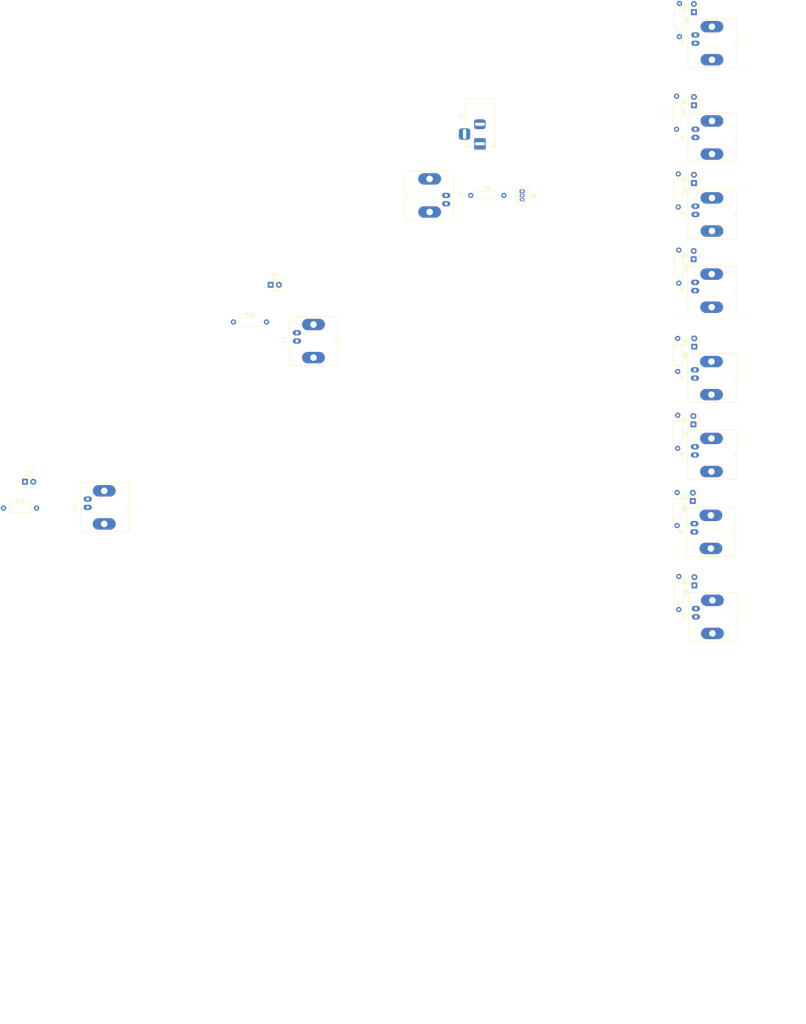
<source format=kicad_pcb>
(kicad_pcb (version 20221018) (generator pcbnew)
  (layers (0 "F.Cu" signal) (31 "B.Cu" signal) (34 "B.Paste" user) (35 "F.Paste" user) (36 "B.SilkS" user "B.Silkscreen") (37 "F.SilkS" user "F.Silkscreen") (38 "B.Mask" user) (39 "F.Mask" user) (44 "Edge.Cuts" user))
  (net 0 "")
  (net 1 "Net-(D1-K)")
  (net 2 "+5V")
  (net 3 "Net-(D2-K)")
  (net 4 "Net-(D3-K)")
  (net 5 "Net-(D4-K)")
  (net 6 "Net-(D5-K)")
  (net 7 "Net-(D6-K)")
  (net 8 "Net-(D7-K)")
  (net 9 "Net-(D8-K)")
  (net 10 "Net-(D9-K)")
  (net 11 "Net-(D10-K)")
  (net 12 "GND")
  (net 13 "Net-(J2-In)")
  (net 14 "Net-(J3-In)")
  (net 15 "Net-(J10-Ext)")
  (net 16 "Net-(J4-In)")
  (net 17 "Net-(J5-In)")
  (net 18 "Net-(J6-In)")
  (net 19 "Net-(J7-In)")
  (net 20 "Net-(J8-In)")
  (net 21 "Net-(J9-In)")
  (net 22 "Net-(J10-In)")
  (net 23 "Net-(J11-In)")
  (net 24 "Net-(J12-In)")
  (net 25 "Net-(Q1-B)")
  (footprint "Connector_Coaxial:BNC_Amphenol_B6252HB-NPP3G-50_Horizontal" (layer "F.Cu") (at 131.197 14.992 -90)
    (fp_text reference "J3" (at 0 4 90) (layer "F.SilkS"))
    (fp_text value "Conn_Coaxial")
    (fp_line (start -7.5 -12.7) (end 7.5 -12.7) (stroke (width 0.12)) (layer "F.SilkS"))
    (fp_line (start -7.5 2.3) (end -7.5 -12.7) (stroke (width 0.12)) (layer "F.SilkS"))
    (fp_line (start 0 -12.5) (end -1 -11.5) (stroke (width 0.12)) (layer "F.SilkS"))
    (fp_line (start 0 -12.5) (end 1 -11.5) (stroke (width 0.12)) (layer "F.SilkS"))
    (fp_line (start 7.5 -12.7) (end 7.5 2.3) (stroke (width 0.12)) (layer "F.SilkS"))
    (fp_line (start 7.5 2.3) (end -7.5 2.3) (stroke (width 0.12)) (layer "F.SilkS"))
    (pad "1" thru_hole oval (at 0 0 270) (size 1.6 2.5) (drill 0.89) (layers "*.Cu" "*.Mask") (net 14 "Net-(J3-In)"))
    (pad "2" thru_hole oval (at -5.08 -5.08 270) (size 3.5 7) (drill 2.01) (layers "*.Cu" "*.Mask") (net 15 "Net-(J10-Ext)"))
    (pad "2" thru_hole oval (at -2.54 0 270) (size 1.6 2.5) (drill 0.89) (layers "*.Cu" "*.Mask") (net 15 "Net-(J10-Ext)"))
    (pad "2" thru_hole oval (at 5.08 -5.08 270) (size 3.5 7) (drill 2.01) (layers "*.Cu" "*.Mask") (net 15 "Net-(J10-Ext)"))
  )
  (footprint "Connector_Coaxial:BNC_Amphenol_B6252HB-NPP3G-50_Horizontal" (layer "F.Cu") (at 131.124 90.946 -90)
    (fp_text reference "J6" (at 0 4 90) (layer "F.SilkS"))
    (fp_text value "Conn_Coaxial")
    (fp_line (start -7.5 -12.7) (end 7.5 -12.7) (stroke (width 0.12)) (layer "F.SilkS"))
    (fp_line (start -7.5 2.3) (end -7.5 -12.7) (stroke (width 0.12)) (layer "F.SilkS"))
    (fp_line (start 0 -12.5) (end -1 -11.5) (stroke (width 0.12)) (layer "F.SilkS"))
    (fp_line (start 0 -12.5) (end 1 -11.5) (stroke (width 0.12)) (layer "F.SilkS"))
    (fp_line (start 7.5 -12.7) (end 7.5 2.3) (stroke (width 0.12)) (layer "F.SilkS"))
    (fp_line (start 7.5 2.3) (end -7.5 2.3) (stroke (width 0.12)) (layer "F.SilkS"))
    (pad "1" thru_hole oval (at 0 0 270) (size 1.6 2.5) (drill 0.89) (layers "*.Cu" "*.Mask") (net 18 "Net-(J6-In)"))
    (pad "2" thru_hole oval (at -5.08 -5.08 270) (size 3.5 7) (drill 2.01) (layers "*.Cu" "*.Mask") (net 15 "Net-(J10-Ext)"))
    (pad "2" thru_hole oval (at -2.54 0 270) (size 1.6 2.5) (drill 0.89) (layers "*.Cu" "*.Mask") (net 15 "Net-(J10-Ext)"))
    (pad "2" thru_hole oval (at 5.08 -5.08 270) (size 3.5 7) (drill 2.01) (layers "*.Cu" "*.Mask") (net 15 "Net-(J10-Ext)"))
  )
  (footprint "Connector_Coaxial:BNC_Amphenol_B6252HB-NPP3G-50_Horizontal" (layer "F.Cu") (at 131.35 191.1 -90)
    (fp_text reference "J10" (at 0 4 90) (layer "F.SilkS"))
    (fp_text value "Conn_Coaxial")
    (fp_line (start -7.5 -12.7) (end 7.5 -12.7) (stroke (width 0.12)) (layer "F.SilkS"))
    (fp_line (start -7.5 2.3) (end -7.5 -12.7) (stroke (width 0.12)) (layer "F.SilkS"))
    (fp_line (start 0 -12.5) (end -1 -11.5) (stroke (width 0.12)) (layer "F.SilkS"))
    (fp_line (start 0 -12.5) (end 1 -11.5) (stroke (width 0.12)) (layer "F.SilkS"))
    (fp_line (start 7.5 -12.7) (end 7.5 2.3) (stroke (width 0.12)) (layer "F.SilkS"))
    (fp_line (start 7.5 2.3) (end -7.5 2.3) (stroke (width 0.12)) (layer "F.SilkS"))
    (pad "1" thru_hole oval (at 0 0 270) (size 1.6 2.5) (drill 0.89) (layers "*.Cu" "*.Mask") (net 22 "Net-(J10-In)"))
    (pad "2" thru_hole oval (at -5.08 -5.08 270) (size 3.5 7) (drill 2.01) (layers "*.Cu" "*.Mask") (net 15 "Net-(J10-Ext)"))
    (pad "2" thru_hole oval (at -2.54 0 270) (size 1.6 2.5) (drill 0.89) (layers "*.Cu" "*.Mask") (net 15 "Net-(J10-Ext)"))
    (pad "2" thru_hole oval (at 5.08 -5.08 270) (size 3.5 7) (drill 2.01) (layers "*.Cu" "*.Mask") (net 15 "Net-(J10-Ext)"))
  )
  (footprint "Connector_Coaxial:BNC_Amphenol_B6252HB-NPP3G-50_Horizontal" (layer "F.Cu") (at 131.05 141.4 -90)
    (fp_text reference "J8" (at 0 4 90) (layer "F.SilkS"))
    (fp_text value "Conn_Coaxial")
    (fp_line (start -7.5 -12.7) (end 7.5 -12.7) (stroke (width 0.12)) (layer "F.SilkS"))
    (fp_line (start -7.5 2.3) (end -7.5 -12.7) (stroke (width 0.12)) (layer "F.SilkS"))
    (fp_line (start 0 -12.5) (end -1 -11.5) (stroke (width 0.12)) (layer "F.SilkS"))
    (fp_line (start 0 -12.5) (end 1 -11.5) (stroke (width 0.12)) (layer "F.SilkS"))
    (fp_line (start 7.5 -12.7) (end 7.5 2.3) (stroke (width 0.12)) (layer "F.SilkS"))
    (fp_line (start 7.5 2.3) (end -7.5 2.3) (stroke (width 0.12)) (layer "F.SilkS"))
    (pad "1" thru_hole oval (at 0 0 270) (size 1.6 2.5) (drill 0.89) (layers "*.Cu" "*.Mask") (net 20 "Net-(J8-In)"))
    (pad "2" thru_hole oval (at -5.08 -5.08 270) (size 3.5 7) (drill 2.01) (layers "*.Cu" "*.Mask") (net 15 "Net-(J10-Ext)"))
    (pad "2" thru_hole oval (at -2.54 0 270) (size 1.6 2.5) (drill 0.89) (layers "*.Cu" "*.Mask") (net 15 "Net-(J10-Ext)"))
    (pad "2" thru_hole oval (at 5.08 -5.08 270) (size 3.5 7) (drill 2.01) (layers "*.Cu" "*.Mask") (net 15 "Net-(J10-Ext)"))
  )
  (footprint "Connector_BarrelJack:BarrelJack_Horizontal" (layer "F.Cu") (at 65.024 45.878 -90)
    (fp_text reference "J1" (at -8.45 5.75 90) (layer "F.SilkS"))
    (fp_text value "Barrel_Jack")
    (fp_line (start -13.8 -4.6) (end 0.9 -4.6) (stroke (width 0.12)) (layer "F.SilkS"))
    (fp_line (start -13.8 4.6) (end -13.8 -4.6) (stroke (width 0.12)) (layer "F.SilkS"))
    (fp_line (start -5 4.6) (end -13.8 4.6) (stroke (width 0.12)) (layer "F.SilkS"))
    (fp_line (start 0.05 -4.8) (end 1.1 -4.8) (stroke (width 0.12)) (layer "F.SilkS"))
    (fp_line (start 0.9 -4.6) (end 0.9 -2) (stroke (width 0.12)) (layer "F.SilkS"))
    (fp_line (start 0.9 1.9) (end 0.9 4.6) (stroke (width 0.12)) (layer "F.SilkS"))
    (fp_line (start 0.9 4.6) (end -1 4.6) (stroke (width 0.12)) (layer "F.SilkS"))
    (fp_line (start 1.1 -3.75) (end 1.1 -4.8) (stroke (width 0.12)) (layer "F.SilkS"))
    (pad "1" thru_hole rect (at 0 0 270) (size 3.5 3.5) (drill oval 1 3) (layers "*.Cu" "*.Mask") (net 2 "+5V"))
    (pad "2" thru_hole roundrect (at -6 0 270) (size 3 3.5) (drill oval 1 3) (layers "*.Cu" "*.Mask") (net 12 "GND"))
    (pad "3" thru_hole roundrect (at -3 4.7 270) (size 3.5 3.5) (drill oval 3 1) (layers "*.Cu" "*.Mask"))
  )
  (footprint "Resistor_THT:R_Axial_DIN0207_L6.3mm_D2.5mm_P10.16mm_Horizontal" (layer "F.Cu") (at 125.934 55.118 -90)
    (fp_text reference "R3" (at 5.08 -2.37 90) (layer "F.SilkS"))
    (fp_text value "220")
    (fp_line (start 1.04 0) (end 1.81 0) (stroke (width 0.12)) (layer "F.SilkS"))
    (fp_line (start 1.81 -1.37) (end 1.81 1.37) (stroke (width 0.12)) (layer "F.SilkS"))
    (fp_line (start 1.81 1.37) (end 8.35 1.37) (stroke (width 0.12)) (layer "F.SilkS"))
    (fp_line (start 8.35 -1.37) (end 1.81 -1.37) (stroke (width 0.12)) (layer "F.SilkS"))
    (fp_line (start 8.35 1.37) (end 8.35 -1.37) (stroke (width 0.12)) (layer "F.SilkS"))
    (fp_line (start 9.12 0) (end 8.35 0) (stroke (width 0.12)) (layer "F.SilkS"))
    (pad "1" thru_hole circle (at 0 0 270) (size 1.6 1.6) (drill 0.8) (layers "*.Cu" "*.Mask") (net 3 "Net-(D2-K)"))
    (pad "2" thru_hole oval (at 10.16 0 270) (size 1.6 1.6) (drill 0.8) (layers "*.Cu" "*.Mask") (net 17 "Net-(J5-In)"))
  )
  (footprint "LED_THT:LED_D3.0mm_Clear" (layer "F.Cu") (at 130.852 108.153 90)
    (fp_text reference "D5" (at 1.27 -2.96 90) (layer "F.SilkS"))
    (fp_text value "LED")
    (fp_line (start -0.29 -1.236) (end -0.29 -1.08) (stroke (width 0.12)) (layer "F.SilkS"))
    (fp_line (start -0.29 1.08) (end -0.29 1.236) (stroke (width 0.12)) (layer "F.SilkS"))
    (fp_arc (start -0.29 -1.235516) (mid 1.366487 -1.987659) (end 2.942335 -1.078608) (stroke (width 0.12)) (layer "F.SilkS"))
    (fp_arc (start 0.229039 -1.08) (mid 1.270117 -1.5) (end 2.31113 -1.079837) (stroke (width 0.12)) (layer "F.SilkS"))
    (fp_arc (start 2.31113 1.079837) (mid 1.270117 1.5) (end 0.229039 1.08) (stroke (width 0.12)) (layer "F.SilkS"))
    (fp_arc (start 2.942335 1.078608) (mid 1.366487 1.987659) (end -0.29 1.235516) (stroke (width 0.12)) (layer "F.SilkS"))
    (pad "1" thru_hole rect (at 0 0 90) (size 1.8 1.8) (drill 0.9) (layers "*.Cu" "*.Mask") (net 6 "Net-(D5-K)"))
    (pad "2" thru_hole circle (at 2.54 0 90) (size 1.8 1.8) (drill 0.9) (layers "*.Cu" "*.Mask") (net 2 "+5V"))
  )
  (footprint "Resistor_THT:R_Axial_DIN0207_L6.3mm_D2.5mm_P10.16mm_Horizontal" (layer "F.Cu") (at 126.1 178.7 -90)
    (fp_text reference "R9" (at 5.08 -2.37 90) (layer "F.SilkS"))
    (fp_text value "220")
    (fp_line (start 1.04 0) (end 1.81 0) (stroke (width 0.12)) (layer "F.SilkS"))
    (fp_line (start 1.81 -1.37) (end 1.81 1.37) (stroke (width 0.12)) (layer "F.SilkS"))
    (fp_line (start 1.81 1.37) (end 8.35 1.37) (stroke (width 0.12)) (layer "F.SilkS"))
    (fp_line (start 8.35 -1.37) (end 1.81 -1.37) (stroke (width 0.12)) (layer "F.SilkS"))
    (fp_line (start 8.35 1.37) (end 8.35 -1.37) (stroke (width 0.12)) (layer "F.SilkS"))
    (fp_line (start 9.12 0) (end 8.35 0) (stroke (width 0.12)) (layer "F.SilkS"))
    (pad "1" thru_hole circle (at 0 0 270) (size 1.6 1.6) (drill 0.8) (layers "*.Cu" "*.Mask") (net 9 "Net-(D8-K)"))
    (pad "2" thru_hole oval (at 10.16 0 270) (size 1.6 1.6) (drill 0.8) (layers "*.Cu" "*.Mask") (net 22 "Net-(J10-In)"))
  )
  (footprint "LED_THT:LED_D3.0mm_Clear" (layer "F.Cu") (at 130.76 34.036 90)
    (fp_text reference "D1" (at 1.27 -2.96 90) (layer "F.SilkS"))
    (fp_text value "LED")
    (fp_line (start -0.29 -1.236) (end -0.29 -1.08) (stroke (width 0.12)) (layer "F.SilkS"))
    (fp_line (start -0.29 1.08) (end -0.29 1.236) (stroke (width 0.12)) (layer "F.SilkS"))
    (fp_arc (start -0.29 -1.235516) (mid 1.366487 -1.987659) (end 2.942335 -1.078608) (stroke (width 0.12)) (layer "F.SilkS"))
    (fp_arc (start 0.229039 -1.08) (mid 1.270117 -1.5) (end 2.31113 -1.079837) (stroke (width 0.12)) (layer "F.SilkS"))
    (fp_arc (start 2.31113 1.079837) (mid 1.270117 1.5) (end 0.229039 1.08) (stroke (width 0.12)) (layer "F.SilkS"))
    (fp_arc (start 2.942335 1.078608) (mid 1.366487 1.987659) (end -0.29 1.235516) (stroke (width 0.12)) (layer "F.SilkS"))
    (pad "1" thru_hole rect (at 0 0 90) (size 1.8 1.8) (drill 0.9) (layers "*.Cu" "*.Mask") (net 1 "Net-(D1-K)"))
    (pad "2" thru_hole circle (at 2.54 0 90) (size 1.8 1.8) (drill 0.9) (layers "*.Cu" "*.Mask") (net 2 "+5V"))
  )
  (footprint "LED_THT:LED_D3.0mm_Clear" (layer "F.Cu") (at 130.598 132.002 90)
    (fp_text reference "D6" (at 1.27 -2.96 90) (layer "F.SilkS"))
    (fp_text value "LED")
    (fp_line (start -0.29 -1.236) (end -0.29 -1.08) (stroke (width 0.12)) (layer "F.SilkS"))
    (fp_line (start -0.29 1.08) (end -0.29 1.236) (stroke (width 0.12)) (layer "F.SilkS"))
    (fp_arc (start -0.29 -1.235516) (mid 1.366487 -1.987659) (end 2.942335 -1.078608) (stroke (width 0.12)) (layer "F.SilkS"))
    (fp_arc (start 0.229039 -1.08) (mid 1.270117 -1.5) (end 2.31113 -1.079837) (stroke (width 0.12)) (layer "F.SilkS"))
    (fp_arc (start 2.31113 1.079837) (mid 1.270117 1.5) (end 0.229039 1.08) (stroke (width 0.12)) (layer "F.SilkS"))
    (fp_arc (start 2.942335 1.078608) (mid 1.366487 1.987659) (end -0.29 1.235516) (stroke (width 0.12)) (layer "F.SilkS"))
    (pad "1" thru_hole rect (at 0 0 90) (size 1.8 1.8) (drill 0.9) (layers "*.Cu" "*.Mask") (net 7 "Net-(D6-K)"))
    (pad "2" thru_hole circle (at 2.54 0 90) (size 1.8 1.8) (drill 0.9) (layers "*.Cu" "*.Mask") (net 2 "+5V"))
  )
  (footprint "Connector_Coaxial:BNC_Amphenol_B6252HB-NPP3G-50_Horizontal" (layer "F.Cu") (at 131.212 43.942 -90)
    (fp_text reference "J4" (at 0 4 90) (layer "F.SilkS"))
    (fp_text value "Conn_Coaxial")
    (fp_line (start -7.5 -12.7) (end 7.5 -12.7) (stroke (width 0.12)) (layer "F.SilkS"))
    (fp_line (start -7.5 2.3) (end -7.5 -12.7) (stroke (width 0.12)) (layer "F.SilkS"))
    (fp_line (start 0 -12.5) (end -1 -11.5) (stroke (width 0.12)) (layer "F.SilkS"))
    (fp_line (start 0 -12.5) (end 1 -11.5) (stroke (width 0.12)) (layer "F.SilkS"))
    (fp_line (start 7.5 -12.7) (end 7.5 2.3) (stroke (width 0.12)) (layer "F.SilkS"))
    (fp_line (start 7.5 2.3) (end -7.5 2.3) (stroke (width 0.12)) (layer "F.SilkS"))
    (pad "1" thru_hole oval (at 0 0 270) (size 1.6 2.5) (drill 0.89) (layers "*.Cu" "*.Mask") (net 16 "Net-(J4-In)"))
    (pad "2" thru_hole oval (at -5.08 -5.08 270) (size 3.5 7) (drill 2.01) (layers "*.Cu" "*.Mask") (net 15 "Net-(J10-Ext)"))
    (pad "2" thru_hole oval (at -2.54 0 270) (size 1.6 2.5) (drill 0.89) (layers "*.Cu" "*.Mask") (net 15 "Net-(J10-Ext)"))
    (pad "2" thru_hole oval (at 5.08 -5.08 270) (size 3.5 7) (drill 2.01) (layers "*.Cu" "*.Mask") (net 15 "Net-(J10-Ext)"))
  )
  (footprint "Package_TO_SOT_THT:TO-92_Inline" (layer "F.Cu") (at 77.978 60.452 -90)
    (fp_text reference "Q1" (at 1.27 -3.56 90) (layer "F.SilkS"))
    (fp_text value "PN2222A")
    (fp_line (start -0.53 1.85) (end 3.07 1.85) (stroke (width 0.12)) (layer "F.SilkS"))
    (fp_arc (start -0.568478 1.838478) (mid -1.132087 -0.994977) (end 1.27 -2.6) (stroke (width 0.12)) (layer "F.SilkS"))
    (fp_arc (start 1.27 -2.6) (mid 3.672087 -0.994977) (end 3.108478 1.838478) (stroke (width 0.12)) (layer "F.SilkS"))
    (pad "1" thru_hole rect (at 0 0 270) (size 1.05 1.5) (drill 0.75) (layers "*.Cu" "*.Mask") (net 12 "GND"))
    (pad "2" thru_hole oval (at 1.27 0 270) (size 1.05 1.5) (drill 0.75) (layers "*.Cu" "*.Mask") (net 25 "Net-(Q1-B)"))
    (pad "3" thru_hole oval (at 2.54 0 270) (size 1.05 1.5) (drill 0.75) (layers "*.Cu" "*.Mask") (net 15 "Net-(J10-Ext)"))
  )
  (footprint "Resistor_THT:R_Axial_DIN0207_L6.3mm_D2.5mm_P10.16mm_Horizontal" (layer "F.Cu") (at 126.3 2.8 -90)
    (fp_text reference "R5" (at 5.08 -2.37 90) (layer "F.SilkS"))
    (fp_text value "220")
    (fp_line (start 1.04 0) (end 1.81 0) (stroke (width 0.12)) (layer "F.SilkS"))
    (fp_line (start 1.81 -1.37) (end 1.81 1.37) (stroke (width 0.12)) (layer "F.SilkS"))
    (fp_line (start 1.81 1.37) (end 8.35 1.37) (stroke (width 0.12)) (layer "F.SilkS"))
    (fp_line (start 8.35 -1.37) (end 1.81 -1.37) (stroke (width 0.12)) (layer "F.SilkS"))
    (fp_line (start 8.35 1.37) (end 8.35 -1.37) (stroke (width 0.12)) (layer "F.SilkS"))
    (fp_line (start 9.12 0) (end 8.35 0) (stroke (width 0.12)) (layer "F.SilkS"))
    (pad "1" thru_hole circle (at 0 0 270) (size 1.6 1.6) (drill 0.8) (layers "*.Cu" "*.Mask") (net 4 "Net-(D3-K)"))
    (pad "2" thru_hole oval (at 10.16 0 270) (size 1.6 1.6) (drill 0.8) (layers "*.Cu" "*.Mask") (net 14 "Net-(J3-In)"))
  )
  (footprint "Connector_Coaxial:BNC_Amphenol_B6252HB-NPP3G-50_Horizontal" (layer "F.Cu") (at 131.212 67.564 -90)
    (fp_text reference "J5" (at 0 4 90) (layer "F.SilkS"))
    (fp_text value "Conn_Coaxial")
    (fp_line (start -7.5 -12.7) (end 7.5 -12.7) (stroke (width 0.12)) (layer "F.SilkS"))
    (fp_line (start -7.5 2.3) (end -7.5 -12.7) (stroke (width 0.12)) (layer "F.SilkS"))
    (fp_line (start 0 -12.5) (end -1 -11.5) (stroke (width 0.12)) (layer "F.SilkS"))
    (fp_line (start 0 -12.5) (end 1 -11.5) (stroke (width 0.12)) (layer "F.SilkS"))
    (fp_line (start 7.5 -12.7) (end 7.5 2.3) (stroke (width 0.12)) (layer "F.SilkS"))
    (fp_line (start 7.5 2.3) (end -7.5 2.3) (stroke (width 0.12)) (layer "F.SilkS"))
    (pad "1" thru_hole oval (at 0 0 270) (size 1.6 2.5) (drill 0.89) (layers "*.Cu" "*.Mask") (net 17 "Net-(J5-In)"))
    (pad "2" thru_hole oval (at -5.08 -5.08 270) (size 3.5 7) (drill 2.01) (layers "*.Cu" "*.Mask") (net 15 "Net-(J10-Ext)"))
    (pad "2" thru_hole oval (at -2.54 0 270) (size 1.6 2.5) (drill 0.89) (layers "*.Cu" "*.Mask") (net 15 "Net-(J10-Ext)"))
    (pad "2" thru_hole oval (at 5.08 -5.08 270) (size 3.5 7) (drill 2.01) (layers "*.Cu" "*.Mask") (net 15 "Net-(J10-Ext)"))
  )
  (footprint "LED_THT:LED_D3.0mm_Clear" (layer "F.Cu") (at 130.745 5.467 90)
    (fp_text reference "D3" (at 1.27 -2.96 90) (layer "F.SilkS"))
    (fp_text value "LED")
    (fp_line (start -0.29 -1.236) (end -0.29 -1.08) (stroke (width 0.12)) (layer "F.SilkS"))
    (fp_line (start -0.29 1.08) (end -0.29 1.236) (stroke (width 0.12)) (layer "F.SilkS"))
    (fp_arc (start -0.29 -1.235516) (mid 1.366487 -1.987659) (end 2.942335 -1.078608) (stroke (width 0.12)) (layer "F.SilkS"))
    (fp_arc (start 0.229039 -1.08) (mid 1.270117 -1.5) (end 2.31113 -1.079837) (stroke (width 0.12)) (layer "F.SilkS"))
    (fp_arc (start 2.31113 1.079837) (mid 1.270117 1.5) (end 0.229039 1.08) (stroke (width 0.12)) (layer "F.SilkS"))
    (fp_arc (start 2.942335 1.078608) (mid 1.366487 1.987659) (end -0.29 1.235516) (stroke (width 0.12)) (layer "F.SilkS"))
    (pad "1" thru_hole rect (at 0 0 90) (size 1.8 1.8) (drill 0.9) (layers "*.Cu" "*.Mask") (net 4 "Net-(D3-K)"))
    (pad "2" thru_hole circle (at 2.54 0 90) (size 1.8 1.8) (drill 0.9) (layers "*.Cu" "*.Mask") (net 2 "+5V"))
  )
  (footprint "Connector_Coaxial:BNC_Amphenol_B6252HB-NPP3G-50_Horizontal" (layer "F.Cu") (at 8.834 106.426 -90)
    (fp_text reference "J11" (at 0 4 90) (layer "F.SilkS"))
    (fp_text value "Conn_Coaxial")
    (fp_line (start -7.5 -12.7) (end 7.5 -12.7) (stroke (width 0.12)) (layer "F.SilkS"))
    (fp_line (start -7.5 2.3) (end -7.5 -12.7) (stroke (width 0.12)) (layer "F.SilkS"))
    (fp_line (start 0 -12.5) (end -1 -11.5) (stroke (width 0.12)) (layer "F.SilkS"))
    (fp_line (start 0 -12.5) (end 1 -11.5) (stroke (width 0.12)) (layer "F.SilkS"))
    (fp_line (start 7.5 -12.7) (end 7.5 2.3) (stroke (width 0.12)) (layer "F.SilkS"))
    (fp_line (start 7.5 2.3) (end -7.5 2.3) (stroke (width 0.12)) (layer "F.SilkS"))
    (pad "1" thru_hole oval (at 0 0 270) (size 1.6 2.5) (drill 0.89) (layers "*.Cu" "*.Mask") (net 23 "Net-(J11-In)"))
    (pad "2" thru_hole oval (at -5.08 -5.08 270) (size 3.5 7) (drill 2.01) (layers "*.Cu" "*.Mask") (net 15 "Net-(J10-Ext)"))
    (pad "2" thru_hole oval (at -2.54 0 270) (size 1.6 2.5) (drill 0.89) (layers "*.Cu" "*.Mask") (net 15 "Net-(J10-Ext)"))
    (pad "2" thru_hole oval (at 5.08 -5.08 270) (size 3.5 7) (drill 2.01) (layers "*.Cu" "*.Mask") (net 15 "Net-(J10-Ext)"))
  )
  (footprint "LED_THT:LED_D3.0mm_Clear" (layer "F.Cu") (at 130.9 181.44 90)
    (fp_text reference "D8" (at 1.27 -2.96 90) (layer "F.SilkS"))
    (fp_text value "LED")
    (fp_line (start -0.29 -1.236) (end -0.29 -1.08) (stroke (width 0.12)) (layer "F.SilkS"))
    (fp_line (start -0.29 1.08) (end -0.29 1.236) (stroke (width 0.12)) (layer "F.SilkS"))
    (fp_arc (start -0.29 -1.235516) (mid 1.366487 -1.987659) (end 2.942335 -1.078608) (stroke (width 0.12)) (layer "F.SilkS"))
    (fp_arc (start 0.229039 -1.08) (mid 1.270117 -1.5) (end 2.31113 -1.079837) (stroke (width 0.12)) (layer "F.SilkS"))
    (fp_arc (start 2.31113 1.079837) (mid 1.270117 1.5) (end 0.229039 1.08) (stroke (width 0.12)) (layer "F.SilkS"))
    (fp_arc (start 2.942335 1.078608) (mid 1.366487 1.987659) (end -0.29 1.235516) (stroke (width 0.12)) (layer "F.SilkS"))
    (pad "1" thru_hole rect (at 0 0 90) (size 1.8 1.8) (drill 0.9) (layers "*.Cu" "*.Mask") (net 9 "Net-(D8-K)"))
    (pad "2" thru_hole circle (at 2.54 0 90) (size 1.8 1.8) (drill 0.9) (layers "*.Cu" "*.Mask") (net 2 "+5V"))
  )
  (footprint "Connector_Coaxial:BNC_Amphenol_B6252HB-NPP3G-50_Horizontal" (layer "F.Cu") (at 131.05 117.8 -90)
    (fp_text reference "J7" (at 0 4 90) (layer "F.SilkS"))
    (fp_text value "Conn_Coaxial")
    (fp_line (start -7.5 -12.7) (end 7.5 -12.7) (stroke (width 0.12)) (layer "F.SilkS"))
    (fp_line (start -7.5 2.3) (end -7.5 -12.7) (stroke (width 0.12)) (layer "F.SilkS"))
    (fp_line (start 0 -12.5) (end -1 -11.5) (stroke (width 0.12)) (layer "F.SilkS"))
    (fp_line (start 0 -12.5) (end 1 -11.5) (stroke (width 0.12)) (layer "F.SilkS"))
    (fp_line (start 7.5 -12.7) (end 7.5 2.3) (stroke (width 0.12)) (layer "F.SilkS"))
    (fp_line (start 7.5 2.3) (end -7.5 2.3) (stroke (width 0.12)) (layer "F.SilkS"))
    (pad "1" thru_hole oval (at 0 0 270) (size 1.6 2.5) (drill 0.89) (layers "*.Cu" "*.Mask") (net 19 "Net-(J7-In)"))
    (pad "2" thru_hole oval (at -5.08 -5.08 270) (size 3.5 7) (drill 2.01) (layers "*.Cu" "*.Mask") (net 15 "Net-(J10-Ext)"))
    (pad "2" thru_hole oval (at -2.54 0 270) (size 1.6 2.5) (drill 0.89) (layers "*.Cu" "*.Mask") (net 15 "Net-(J10-Ext)"))
    (pad "2" thru_hole oval (at 5.08 -5.08 270) (size 3.5 7) (drill 2.01) (layers "*.Cu" "*.Mask") (net 15 "Net-(J10-Ext)"))
  )
  (footprint "LED_THT:LED_D3.0mm_Clear" (layer "F.Cu") (at 130.76 57.917 90)
    (fp_text reference "D2" (at 1.27 -2.96 90) (layer "F.SilkS"))
    (fp_text value "LED")
    (fp_line (start -0.29 -1.236) (end -0.29 -1.08) (stroke (width 0.12)) (layer "F.SilkS"))
    (fp_line (start -0.29 1.08) (end -0.29 1.236) (stroke (width 0.12)) (layer "F.SilkS"))
    (fp_arc (start -0.29 -1.235516) (mid 1.366487 -1.987659) (end 2.942335 -1.078608) (stroke (width 0.12)) (layer "F.SilkS"))
    (fp_arc (start 0.229039 -1.08) (mid 1.270117 -1.5) (end 2.31113 -1.079837) (stroke (width 0.12)) (layer "F.SilkS"))
    (fp_arc (start 2.31113 1.079837) (mid 1.270117 1.5) (end 0.229039 1.08) (stroke (width 0.12)) (layer "F.SilkS"))
    (fp_arc (start 2.942335 1.078608) (mid 1.366487 1.987659) (end -0.29 1.235516) (stroke (width 0.12)) (layer "F.SilkS"))
    (pad "1" thru_hole rect (at 0 0 90) (size 1.8 1.8) (drill 0.9) (layers "*.Cu" "*.Mask") (net 3 "Net-(D2-K)"))
    (pad "2" thru_hole circle (at 2.54 0 90) (size 1.8 1.8) (drill 0.9) (layers "*.Cu" "*.Mask") (net 2 "+5V"))
  )
  (footprint "Connector_Coaxial:BNC_Amphenol_B6252HB-NPP3G-50_Horizontal" (layer "F.Cu") (at 54.666 61.722 90)
    (fp_text reference "J2" (at 0 4 90) (layer "F.SilkS"))
    (fp_text value "Conn_Coaxial")
    (fp_line (start -7.5 -12.7) (end 7.5 -12.7) (stroke (width 0.12)) (layer "F.SilkS"))
    (fp_line (start -7.5 2.3) (end -7.5 -12.7) (stroke (width 0.12)) (layer "F.SilkS"))
    (fp_line (start 0 -12.5) (end -1 -11.5) (stroke (width 0.12)) (layer "F.SilkS"))
    (fp_line (start 0 -12.5) (end 1 -11.5) (stroke (width 0.12)) (layer "F.SilkS"))
    (fp_line (start 7.5 -12.7) (end 7.5 2.3) (stroke (width 0.12)) (layer "F.SilkS"))
    (fp_line (start 7.5 2.3) (end -7.5 2.3) (stroke (width 0.12)) (layer "F.SilkS"))
    (pad "1" thru_hole oval (at 0 0 90) (size 1.6 2.5) (drill 0.89) (layers "*.Cu" "*.Mask") (net 13 "Net-(J2-In)"))
    (pad "2" thru_hole oval (at -5.08 -5.08 90) (size 3.5 7) (drill 2.01) (layers "*.Cu" "*.Mask") (net 12 "GND"))
    (pad "2" thru_hole oval (at -2.54 0 90) (size 1.6 2.5) (drill 0.89) (layers "*.Cu" "*.Mask") (net 12 "GND"))
    (pad "2" thru_hole oval (at 5.08 -5.08 90) (size 3.5 7) (drill 2.01) (layers "*.Cu" "*.Mask") (net 12 "GND"))
  )
  (footprint "Resistor_THT:R_Axial_DIN0207_L6.3mm_D2.5mm_P10.16mm_Horizontal" (layer "F.Cu") (at -81.28 157.734)
    (fp_text reference "R11" (at 5.08 -2.37) (layer "F.SilkS"))
    (fp_text value "220")
    (fp_line (start 1.04 0) (end 1.81 0) (stroke (width 0.12)) (layer "F.SilkS"))
    (fp_line (start 1.81 -1.37) (end 1.81 1.37) (stroke (width 0.12)) (layer "F.SilkS"))
    (fp_line (start 1.81 1.37) (end 8.35 1.37) (stroke (width 0.12)) (layer "F.SilkS"))
    (fp_line (start 8.35 -1.37) (end 1.81 -1.37) (stroke (width 0.12)) (layer "F.SilkS"))
    (fp_line (start 8.35 1.37) (end 8.35 -1.37) (stroke (width 0.12)) (layer "F.SilkS"))
    (fp_line (start 9.12 0) (end 8.35 0) (stroke (width 0.12)) (layer "F.SilkS"))
    (pad "1" thru_hole circle (at 0 0) (size 1.6 1.6) (drill 0.8) (layers "*.Cu" "*.Mask") (net 11 "Net-(D10-K)"))
    (pad "2" thru_hole oval (at 10.16 0) (size 1.6 1.6) (drill 0.8) (layers "*.Cu" "*.Mask") (net 24 "Net-(J12-In)"))
  )
  (footprint "LED_THT:LED_D3.0mm_Clear" (layer "F.Cu") (at -74.676 149.606)
    (fp_text reference "D10" (at 1.27 -2.96) (layer "F.SilkS"))
    (fp_text value "LED")
    (fp_line (start -0.29 -1.236) (end -0.29 -1.08) (stroke (width 0.12)) (layer "F.SilkS"))
    (fp_line (start -0.29 1.08) (end -0.29 1.236) (stroke (width 0.12)) (layer "F.SilkS"))
    (fp_arc (start -0.29 -1.235516) (mid 1.366487 -1.987659) (end 2.942335 -1.078608) (stroke (width 0.12)) (layer "F.SilkS"))
    (fp_arc (start 0.229039 -1.08) (mid 1.270117 -1.5) (end 2.31113 -1.079837) (stroke (width 0.12)) (layer "F.SilkS"))
    (fp_arc (start 2.31113 1.079837) (mid 1.270117 1.5) (end 0.229039 1.08) (stroke (width 0.12)) (layer "F.SilkS"))
    (fp_arc (start 2.942335 1.078608) (mid 1.366487 1.987659) (end -0.29 1.235516) (stroke (width 0.12)) (layer "F.SilkS"))
    (pad "1" thru_hole rect (at 0 0) (size 1.8 1.8) (drill 0.9) (layers "*.Cu" "*.Mask") (net 11 "Net-(D10-K)"))
    (pad "2" thru_hole circle (at 2.54 0) (size 1.8 1.8) (drill 0.9) (layers "*.Cu" "*.Mask") (net 2 "+5V"))
  )
  (footprint "Connector_Coaxial:BNC_Amphenol_B6252HB-NPP3G-50_Horizontal" (layer "F.Cu") (at -55.428 157.48 -90)
    (fp_text reference "J12" (at 0 4 90) (layer "F.SilkS"))
    (fp_text value "Conn_Coaxial")
    (fp_line (start -7.5 -12.7) (end 7.5 -12.7) (stroke (width 0.12)) (layer "F.SilkS"))
    (fp_line (start -7.5 2.3) (end -7.5 -12.7) (stroke (width 0.12)) (layer "F.SilkS"))
    (fp_line (start 0 -12.5) (end -1 -11.5) (stroke (width 0.12)) (layer "F.SilkS"))
    (fp_line (start 0 -12.5) (end 1 -11.5) (stroke (width 0.12)) (layer "F.SilkS"))
    (fp_line (start 7.5 -12.7) (end 7.5 2.3) (stroke (width 0.12)) (layer "F.SilkS"))
    (fp_line (start 7.5 2.3) (end -7.5 2.3) (stroke (width 0.12)) (layer "F.SilkS"))
    (pad "1" thru_hole oval (at 0 0 270) (size 1.6 2.5) (drill 0.89) (layers "*.Cu" "*.Mask") (net 24 "Net-(J12-In)"))
    (pad "2" thru_hole oval (at -5.08 -5.08 270) (size 3.5 7) (drill 2.01) (layers "*.Cu" "*.Mask") (net 15 "Net-(J10-Ext)"))
    (pad "2" thru_hole oval (at -2.54 0 270) (size 1.6 2.5) (drill 0.89) (layers "*.Cu" "*.Mask") (net 15 "Net-(J10-Ext)"))
    (pad "2" thru_hole oval (at 5.08 -5.08 270) (size 3.5 7) (drill 2.01) (layers "*.Cu" "*.Mask") (net 15 "Net-(J10-Ext)"))
  )
  (footprint "Resistor_THT:R_Axial_DIN0207_L6.3mm_D2.5mm_P10.16mm_Horizontal" (layer "F.Cu") (at 125.772 105.608 -90)
    (fp_text reference "R6" (at 5.08 -2.37 90) (layer "F.SilkS"))
    (fp_text value "220")
    (fp_line (start 1.04 0) (end 1.81 0) (stroke (width 0.12)) (layer "F.SilkS"))
    (fp_line (start 1.81 -1.37) (end 1.81 1.37) (stroke (width 0.12)) (layer "F.SilkS"))
    (fp_line (start 1.81 1.37) (end 8.35 1.37) (stroke (width 0.12)) (layer "F.SilkS"))
    (fp_line (start 8.35 -1.37) (end 1.81 -1.37) (stroke (width 0.12)) (layer "F.SilkS"))
    (fp_line (start 8.35 1.37) (end 8.35 -1.37) (stroke (width 0.12)) (layer "F.SilkS"))
    (fp_line (start 9.12 0) (end 8.35 0) (stroke (width 0.12)) (layer "F.SilkS"))
    (pad "1" thru_hole circle (at 0 0 270) (size 1.6 1.6) (drill 0.8) (layers "*.Cu" "*.Mask") (net 6 "Net-(D5-K)"))
    (pad "2" thru_hole oval (at 10.16 0 270) (size 1.6 1.6) (drill 0.8) (layers "*.Cu" "*.Mask") (net 19 "Net-(J7-In)"))
  )
  (footprint "LED_THT:LED_D3.0mm_Clear" (layer "F.Cu") (at 130.4 155.54 90)
    (fp_text reference "D7" (at 1.27 -2.96 90) (layer "F.SilkS"))
    (fp_text value "LED")
    (fp_line (start -0.29 -1.236) (end -0.29 -1.08) (stroke (width 0.12)) (layer "F.SilkS"))
    (fp_line (start -0.29 1.08) (end -0.29 1.236) (stroke (width 0.12)) (layer "F.SilkS"))
    (fp_arc (start -0.29 -1.235516) (mid 1.366487 -1.987659) (end 2.942335 -1.078608) (stroke (width 0.12)) (layer "F.SilkS"))
    (fp_arc (start 0.229039 -1.08) (mid 1.270117 -1.5) (end 2.31113 -1.079837) (stroke (width 0.12)) (layer "F.SilkS"))
    (fp_arc (start 2.31113 1.079837) (mid 1.270117 1.5) (end 0.229039 1.08) (stroke (width 0.12)) (layer "F.SilkS"))
    (fp_arc (start 2.942335 1.078608) (mid 1.366487 1.987659) (end -0.29 1.235516) (stroke (width 0.12)) (layer "F.SilkS"))
    (pad "1" thru_hole rect (at 0 0 90) (size 1.8 1.8) (drill 0.9) (layers "*.Cu" "*.Mask") (net 8 "Net-(D7-K)"))
    (pad "2" thru_hole circle (at 2.54 0 90) (size 1.8 1.8) (drill 0.9) (layers "*.Cu" "*.Mask") (net 2 "+5V"))
  )
  (footprint "Resistor_THT:R_Axial_DIN0207_L6.3mm_D2.5mm_P10.16mm_Horizontal" (layer "F.Cu") (at 126.1 78.5 -90)
    (fp_text reference "R4" (at 5.08 -2.37 90) (layer "F.SilkS"))
    (fp_text value "220")
    (fp_line (start 1.04 0) (end 1.81 0) (stroke (width 0.12)) (layer "F.SilkS"))
    (fp_line (start 1.81 -1.37) (end 1.81 1.37) (stroke (width 0.12)) (layer "F.SilkS"))
    (fp_line (start 1.81 1.37) (end 8.35 1.37) (stroke (width 0.12)) (layer "F.SilkS"))
    (fp_line (start 8.35 -1.37) (end 1.81 -1.37) (stroke (width 0.12)) (layer "F.SilkS"))
    (fp_line (start 8.35 1.37) (end 8.35 -1.37) (stroke (width 0.12)) (layer "F.SilkS"))
    (fp_line (start 9.12 0) (end 8.35 0) (stroke (width 0.12)) (layer "F.SilkS"))
    (pad "1" thru_hole circle (at 0 0 270) (size 1.6 1.6) (drill 0.8) (layers "*.Cu" "*.Mask") (net 5 "Net-(D4-K)"))
    (pad "2" thru_hole oval (at 10.16 0 270) (size 1.6 1.6) (drill 0.8) (layers "*.Cu" "*.Mask") (net 18 "Net-(J6-In)"))
  )
  (footprint "Resistor_THT:R_Axial_DIN0207_L6.3mm_D2.5mm_P10.16mm_Horizontal" (layer "F.Cu") (at -10.668 100.57)
    (fp_text reference "R10" (at 5.08 -2.37) (layer "F.SilkS"))
    (fp_text value "220")
    (fp_line (start 1.04 0) (end 1.81 0) (stroke (width 0.12)) (layer "F.SilkS"))
    (fp_line (start 1.81 -1.37) (end 1.81 1.37) (stroke (width 0.12)) (layer "F.SilkS"))
    (fp_line (start 1.81 1.37) (end 8.35 1.37) (stroke (width 0.12)) (layer "F.SilkS"))
    (fp_line (start 8.35 -1.37) (end 1.81 -1.37) (stroke (width 0.12)) (layer "F.SilkS"))
    (fp_line (start 8.35 1.37) (end 8.35 -1.37) (stroke (width 0.12)) (layer "F.SilkS"))
    (fp_line (start 9.12 0) (end 8.35 0) (stroke (width 0.12)) (layer "F.SilkS"))
    (pad "1" thru_hole circle (at 0 0) (size 1.6 1.6) (drill 0.8) (layers "*.Cu" "*.Mask") (net 10 "Net-(D9-K)"))
    (pad "2" thru_hole oval (at 10.16 0) (size 1.6 1.6) (drill 0.8) (layers "*.Cu" "*.Mask") (net 23 "Net-(J11-In)"))
  )
  (footprint "Resistor_THT:R_Axial_DIN0207_L6.3mm_D2.5mm_P10.16mm_Horizontal" (layer "F.Cu") (at 125.772 129.208 -90)
    (fp_text reference "R7" (at 5.08 -2.37 90) (layer "F.SilkS"))
    (fp_text value "220")
    (fp_line (start 1.04 0) (end 1.81 0) (stroke (width 0.12)) (layer "F.SilkS"))
    (fp_line (start 1.81 -1.37) (end 1.81 1.37) (stroke (width 0.12)) (layer "F.SilkS"))
    (fp_line (start 1.81 1.37) (end 8.35 1.37) (stroke (width 0.12)) (layer "F.SilkS"))
    (fp_line (start 8.35 -1.37) (end 1.81 -1.37) (stroke (width 0.12)) (layer "F.SilkS"))
    (fp_line (start 8.35 1.37) (end 8.35 -1.37) (stroke (width 0.12)) (layer "F.SilkS"))
    (fp_line (start 9.12 0) (end 8.35 0) (stroke (width 0.12)) (layer "F.SilkS"))
    (pad "1" thru_hole circle (at 0 0 270) (size 1.6 1.6) (drill 0.8) (layers "*.Cu" "*.Mask") (net 7 "Net-(D6-K)"))
    (pad "2" thru_hole oval (at 10.16 0 270) (size 1.6 1.6) (drill 0.8) (layers "*.Cu" "*.Mask") (net 20 "Net-(J8-In)"))
  )
  (footprint "Connector_Coaxial:BNC_Amphenol_B6252HB-NPP3G-50_Horizontal" (layer "F.Cu") (at 130.882 165.012 -90)
    (fp_text reference "J9" (at 0 4 90) (layer "F.SilkS"))
    (fp_text value "Conn_Coaxial")
    (fp_line (start -7.5 -12.7) (end 7.5 -12.7) (stroke (width 0.12)) (layer "F.SilkS"))
    (fp_line (start -7.5 2.3) (end -7.5 -12.7) (stroke (width 0.12)) (layer "F.SilkS"))
    (fp_line (start 0 -12.5) (end -1 -11.5) (stroke (width 0.12)) (layer "F.SilkS"))
    (fp_line (start 0 -12.5) (end 1 -11.5) (stroke (width 0.12)) (layer "F.SilkS"))
    (fp_line (start 7.5 -12.7) (end 7.5 2.3) (stroke (width 0.12)) (layer "F.SilkS"))
    (fp_line (start 7.5 2.3) (end -7.5 2.3) (stroke (width 0.12)) (layer "F.SilkS"))
    (pad "1" thru_hole oval (at 0 0 270) (size 1.6 2.5) (drill 0.89) (layers "*.Cu" "*.Mask") (net 21 "Net-(J9-In)"))
    (pad "2" thru_hole oval (at -5.08 -5.08 270) (size 3.5 7) (drill 2.01) (layers "*.Cu" "*.Mask") (net 15 "Net-(J10-Ext)"))
    (pad "2" thru_hole oval (at -2.54 0 270) (size 1.6 2.5) (drill 0.89) (layers "*.Cu" "*.Mask") (net 15 "Net-(J10-Ext)"))
    (pad "2" thru_hole oval (at 5.08 -5.08 270) (size 3.5 7) (drill 2.01) (layers "*.Cu" "*.Mask") (net 15 "Net-(J10-Ext)"))
  )
  (footprint "Resistor_THT:R_Axial_DIN0207_L6.3mm_D2.5mm_P10.16mm_Horizontal" (layer "F.Cu") (at 125.426 31.242 -90)
    (fp_text reference "R2" (at 5.08 -2.37 90) (layer "F.SilkS"))
    (fp_text value "220")
    (fp_line (start 1.04 0) (end 1.81 0) (stroke (width 0.12)) (layer "F.SilkS"))
    (fp_line (start 1.81 -1.37) (end 1.81 1.37) (stroke (width 0.12)) (layer "F.SilkS"))
    (fp_line (start 1.81 1.37) (end 8.35 1.37) (stroke (width 0.12)) (layer "F.SilkS"))
    (fp_line (start 8.35 -1.37) (end 1.81 -1.37) (stroke (width 0.12)) (layer "F.SilkS"))
    (fp_line (start 8.35 1.37) (end 8.35 -1.37) (stroke (width 0.12)) (layer "F.SilkS"))
    (fp_line (start 9.12 0) (end 8.35 0) (stroke (width 0.12)) (layer "F.SilkS"))
    (pad "1" thru_hole circle (at 0 0 270) (size 1.6 1.6) (drill 0.8) (layers "*.Cu" "*.Mask") (net 1 "Net-(D1-K)"))
    (pad "2" thru_hole oval (at 10.16 0 270) (size 1.6 1.6) (drill 0.8) (layers "*.Cu" "*.Mask") (net 16 "Net-(J4-In)"))
  )
  (footprint "Resistor_THT:R_Axial_DIN0207_L6.3mm_D2.5mm_P10.16mm_Horizontal" (layer "F.Cu") (at 62.23 61.722)
    (fp_text reference "R1" (at 5.08 -2.37) (layer "F.SilkS"))
    (fp_text value "220")
    (fp_line (start 1.04 0) (end 1.81 0) (stroke (width 0.12)) (layer "F.SilkS"))
    (fp_line (start 1.81 -1.37) (end 1.81 1.37) (stroke (width 0.12)) (layer "F.SilkS"))
    (fp_line (start 1.81 1.37) (end 8.35 1.37) (stroke (width 0.12)) (layer "F.SilkS"))
    (fp_line (start 8.35 -1.37) (end 1.81 -1.37) (stroke (width 0.12)) (layer "F.SilkS"))
    (fp_line (start 8.35 1.37) (end 8.35 -1.37) (stroke (width 0.12)) (layer "F.SilkS"))
    (fp_line (start 9.12 0) (end 8.35 0) (stroke (width 0.12)) (layer "F.SilkS"))
    (pad "1" thru_hole circle (at 0 0) (size 1.6 1.6) (drill 0.8) (layers "*.Cu" "*.Mask") (net 13 "Net-(J2-In)"))
    (pad "2" thru_hole oval (at 10.16 0) (size 1.6 1.6) (drill 0.8) (layers "*.Cu" "*.Mask") (net 25 "Net-(Q1-B)"))
  )
  (footprint "Resistor_THT:R_Axial_DIN0207_L6.3mm_D2.5mm_P10.16mm_Horizontal" (layer "F.Cu") (at 125.6 152.92 -90)
    (fp_text reference "R8" (at 5.08 -2.37 90) (layer "F.SilkS"))
    (fp_text value "220")
    (fp_line (start 1.04 0) (end 1.81 0) (stroke (width 0.12)) (layer "F.SilkS"))
    (fp_line (start 1.81 -1.37) (end 1.81 1.37) (stroke (width 0.12)) (layer "F.SilkS"))
    (fp_line (start 1.81 1.37) (end 8.35 1.37) (stroke (width 0.12)) (layer "F.SilkS"))
    (fp_line (start 8.35 -1.37) (end 1.81 -1.37) (stroke (width 0.12)) (layer "F.SilkS"))
    (fp_line (start 8.35 1.37) (end 8.35 -1.37) (stroke (width 0.12)) (layer "F.SilkS"))
    (fp_line (start 9.12 0) (end 8.35 0) (stroke (width 0.12)) (layer "F.SilkS"))
    (pad "1" thru_hole circle (at 0 0 270) (size 1.6 1.6) (drill 0.8) (layers "*.Cu" "*.Mask") (net 8 "Net-(D7-K)"))
    (pad "2" thru_hole oval (at 10.16 0 270) (size 1.6 1.6) (drill 0.8) (layers "*.Cu" "*.Mask") (net 21 "Net-(J9-In)"))
  )
  (footprint "LED_THT:LED_D3.0mm_Clear" (layer "F.Cu") (at 0.762 89.154)
    (fp_text reference "D9" (at 1.27 -2.96) (layer "F.SilkS"))
    (fp_text value "LED")
    (fp_line (start -0.29 -1.236) (end -0.29 -1.08) (stroke (width 0.12)) (layer "F.SilkS"))
    (fp_line (start -0.29 1.08) (end -0.29 1.236) (stroke (width 0.12)) (layer "F.SilkS"))
    (fp_arc (start -0.29 -1.235516) (mid 1.366487 -1.987659) (end 2.942335 -1.078608) (stroke (width 0.12)) (layer "F.SilkS"))
    (fp_arc (start 0.229039 -1.08) (mid 1.270117 -1.5) (end 2.31113 -1.079837) (stroke (width 0.12)) (layer "F.SilkS"))
    (fp_arc (start 2.31113 1.079837) (mid 1.270117 1.5) (end 0.229039 1.08) (stroke (width 0.12)) (layer "F.SilkS"))
    (fp_arc (start 2.942335 1.078608) (mid 1.366487 1.987659) (end -0.29 1.235516) (stroke (width 0.12)) (layer "F.SilkS"))
    (pad "1" thru_hole rect (at 0 0) (size 1.8 1.8) (drill 0.9) (layers "*.Cu" "*.Mask") (net 10 "Net-(D9-K)"))
    (pad "2" thru_hole circle (at 2.54 0) (size 1.8 1.8) (drill 0.9) (layers "*.Cu" "*.Mask") (net 2 "+5V"))
  )
  (footprint "LED_THT:LED_D3.0mm_Clear" (layer "F.Cu") (at 130.672 81.294 90)
    (fp_text reference "D4" (at 1.27 -2.96 90) (layer "F.SilkS"))
    (fp_text value "LED")
    (fp_line (start -0.29 -1.236) (end -0.29 -1.08) (stroke (width 0.12)) (layer "F.SilkS"))
    (fp_line (start -0.29 1.08) (end -0.29 1.236) (stroke (width 0.12)) (layer "F.SilkS"))
    (fp_arc (start -0.29 -1.235516) (mid 1.366487 -1.987659) (end 2.942335 -1.078608) (stroke (width 0.12)) (layer "F.SilkS"))
    (fp_arc (start 0.229039 -1.08) (mid 1.270117 -1.5) (end 2.31113 -1.079837) (stroke (width 0.12)) (layer "F.SilkS"))
    (fp_arc (start 2.31113 1.079837) (mid 1.270117 1.5) (end 0.229039 1.08) (stroke (width 0.12)) (layer "F.SilkS"))
    (fp_arc (start 2.942335 1.078608) (mid 1.366487 1.987659) (end -0.29 1.235516) (stroke (width 0.12)) (layer "F.SilkS"))
    (pad "1" thru_hole rect (at 0 0 90) (size 1.8 1.8) (drill 0.9) (layers "*.Cu" "*.Mask") (net 5 "Net-(D4-K)"))
    (pad "2" thru_hole circle (at 2.54 0 90) (size 1.8 1.8) (drill 0.9) (layers "*.Cu" "*.Mask") (net 2 "+5V"))
  )
)
</source>
